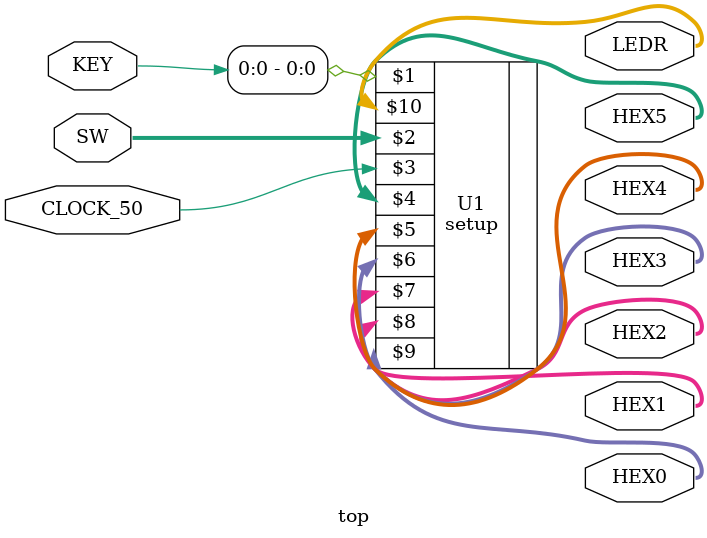
<source format=v>
module top (CLOCK_50, SW, KEY, HEX0, HEX1, HEX2, HEX3, HEX4, HEX5, LEDR);

    input wire CLOCK_50;        // DE-series 50 MHz clock signal
    input wire [9:0] SW;        // DE-series switches
    input wire [3:0] KEY;       // DE-series pushbuttons

    output wire [6:0] HEX0;     // DE-series HEX displays
    output wire [6:0] HEX1;
    output wire [6:0] HEX2;
    output wire [6:0] HEX3;
    output wire [6:0] HEX4;
    output wire [6:0] HEX5;

    output wire [9:0] LEDR;     // DE-series LEDs   

    setup U1 (KEY[0], SW, CLOCK_50, HEX5, HEX4, HEX3, HEX2, HEX1, HEX0, LEDR);

endmodule


</source>
